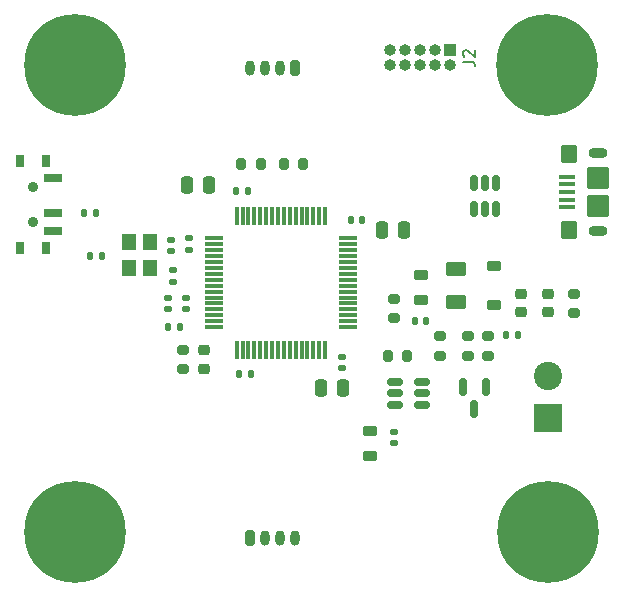
<source format=gbr>
%TF.GenerationSoftware,KiCad,Pcbnew,8.0.5-8.0.5-0~ubuntu24.04.1*%
%TF.CreationDate,2024-09-30T02:40:30+03:30*%
%TF.ProjectId,stm32buckusb,73746d33-3262-4756-936b-7573622e6b69,rev?*%
%TF.SameCoordinates,Original*%
%TF.FileFunction,Soldermask,Top*%
%TF.FilePolarity,Negative*%
%FSLAX46Y46*%
G04 Gerber Fmt 4.6, Leading zero omitted, Abs format (unit mm)*
G04 Created by KiCad (PCBNEW 8.0.5-8.0.5-0~ubuntu24.04.1) date 2024-09-30 02:40:30*
%MOMM*%
%LPD*%
G01*
G04 APERTURE LIST*
G04 Aperture macros list*
%AMRoundRect*
0 Rectangle with rounded corners*
0 $1 Rounding radius*
0 $2 $3 $4 $5 $6 $7 $8 $9 X,Y pos of 4 corners*
0 Add a 4 corners polygon primitive as box body*
4,1,4,$2,$3,$4,$5,$6,$7,$8,$9,$2,$3,0*
0 Add four circle primitives for the rounded corners*
1,1,$1+$1,$2,$3*
1,1,$1+$1,$4,$5*
1,1,$1+$1,$6,$7*
1,1,$1+$1,$8,$9*
0 Add four rect primitives between the rounded corners*
20,1,$1+$1,$2,$3,$4,$5,0*
20,1,$1+$1,$4,$5,$6,$7,0*
20,1,$1+$1,$6,$7,$8,$9,0*
20,1,$1+$1,$8,$9,$2,$3,0*%
G04 Aperture macros list end*
%ADD10C,0.150000*%
%ADD11R,1.000000X1.000000*%
%ADD12O,1.000000X1.000000*%
%ADD13R,0.800000X1.000000*%
%ADD14C,0.900000*%
%ADD15R,1.500000X0.700000*%
%ADD16RoundRect,0.218750X0.256250X-0.218750X0.256250X0.218750X-0.256250X0.218750X-0.256250X-0.218750X0*%
%ADD17RoundRect,0.218750X-0.256250X0.218750X-0.256250X-0.218750X0.256250X-0.218750X0.256250X0.218750X0*%
%ADD18RoundRect,0.140000X0.170000X-0.140000X0.170000X0.140000X-0.170000X0.140000X-0.170000X-0.140000X0*%
%ADD19RoundRect,0.135000X-0.185000X0.135000X-0.185000X-0.135000X0.185000X-0.135000X0.185000X0.135000X0*%
%ADD20RoundRect,0.250000X0.625000X-0.375000X0.625000X0.375000X-0.625000X0.375000X-0.625000X-0.375000X0*%
%ADD21RoundRect,0.150000X0.150000X-0.512500X0.150000X0.512500X-0.150000X0.512500X-0.150000X-0.512500X0*%
%ADD22C,8.600000*%
%ADD23RoundRect,0.147500X0.147500X0.172500X-0.147500X0.172500X-0.147500X-0.172500X0.147500X-0.172500X0*%
%ADD24RoundRect,0.200000X-0.275000X0.200000X-0.275000X-0.200000X0.275000X-0.200000X0.275000X0.200000X0*%
%ADD25RoundRect,0.250000X0.250000X0.475000X-0.250000X0.475000X-0.250000X-0.475000X0.250000X-0.475000X0*%
%ADD26RoundRect,0.200000X-0.200000X-0.450000X0.200000X-0.450000X0.200000X0.450000X-0.200000X0.450000X0*%
%ADD27O,0.800000X1.300000*%
%ADD28RoundRect,0.140000X0.140000X0.170000X-0.140000X0.170000X-0.140000X-0.170000X0.140000X-0.170000X0*%
%ADD29RoundRect,0.140000X-0.140000X-0.170000X0.140000X-0.170000X0.140000X0.170000X-0.140000X0.170000X0*%
%ADD30RoundRect,0.200000X0.275000X-0.200000X0.275000X0.200000X-0.275000X0.200000X-0.275000X-0.200000X0*%
%ADD31O,1.600000X0.900000*%
%ADD32RoundRect,0.250000X0.450000X-0.550000X0.450000X0.550000X-0.450000X0.550000X-0.450000X-0.550000X0*%
%ADD33RoundRect,0.250000X0.700000X-0.700000X0.700000X0.700000X-0.700000X0.700000X-0.700000X-0.700000X0*%
%ADD34RoundRect,0.100000X0.575000X-0.100000X0.575000X0.100000X-0.575000X0.100000X-0.575000X-0.100000X0*%
%ADD35R,1.200000X1.400000*%
%ADD36RoundRect,0.200000X-0.200000X-0.275000X0.200000X-0.275000X0.200000X0.275000X-0.200000X0.275000X0*%
%ADD37RoundRect,0.218750X-0.381250X0.218750X-0.381250X-0.218750X0.381250X-0.218750X0.381250X0.218750X0*%
%ADD38RoundRect,0.135000X0.135000X0.185000X-0.135000X0.185000X-0.135000X-0.185000X0.135000X-0.185000X0*%
%ADD39RoundRect,0.150000X0.512500X0.150000X-0.512500X0.150000X-0.512500X-0.150000X0.512500X-0.150000X0*%
%ADD40RoundRect,0.225000X0.375000X-0.225000X0.375000X0.225000X-0.375000X0.225000X-0.375000X-0.225000X0*%
%ADD41RoundRect,0.200000X0.200000X0.275000X-0.200000X0.275000X-0.200000X-0.275000X0.200000X-0.275000X0*%
%ADD42RoundRect,0.200000X0.200000X0.450000X-0.200000X0.450000X-0.200000X-0.450000X0.200000X-0.450000X0*%
%ADD43RoundRect,0.150000X-0.150000X0.587500X-0.150000X-0.587500X0.150000X-0.587500X0.150000X0.587500X0*%
%ADD44RoundRect,0.140000X-0.170000X0.140000X-0.170000X-0.140000X0.170000X-0.140000X0.170000X0.140000X0*%
%ADD45RoundRect,0.225000X-0.250000X0.225000X-0.250000X-0.225000X0.250000X-0.225000X0.250000X0.225000X0*%
%ADD46R,2.400000X2.400000*%
%ADD47C,2.400000*%
%ADD48RoundRect,0.075000X-0.700000X-0.075000X0.700000X-0.075000X0.700000X0.075000X-0.700000X0.075000X0*%
%ADD49RoundRect,0.075000X-0.075000X-0.700000X0.075000X-0.700000X0.075000X0.700000X-0.075000X0.700000X0*%
G04 APERTURE END LIST*
D10*
X118349819Y-77968333D02*
X119064104Y-77968333D01*
X119064104Y-77968333D02*
X119206961Y-78015952D01*
X119206961Y-78015952D02*
X119302200Y-78111190D01*
X119302200Y-78111190D02*
X119349819Y-78254047D01*
X119349819Y-78254047D02*
X119349819Y-78349285D01*
X118445057Y-77539761D02*
X118397438Y-77492142D01*
X118397438Y-77492142D02*
X118349819Y-77396904D01*
X118349819Y-77396904D02*
X118349819Y-77158809D01*
X118349819Y-77158809D02*
X118397438Y-77063571D01*
X118397438Y-77063571D02*
X118445057Y-77015952D01*
X118445057Y-77015952D02*
X118540295Y-76968333D01*
X118540295Y-76968333D02*
X118635533Y-76968333D01*
X118635533Y-76968333D02*
X118778390Y-77015952D01*
X118778390Y-77015952D02*
X119349819Y-77587380D01*
X119349819Y-77587380D02*
X119349819Y-76968333D01*
D11*
%TO.C,J2*%
X117200000Y-77000000D03*
D12*
X117200000Y-78270000D03*
X115930000Y-77000000D03*
X115930000Y-78270000D03*
X114660000Y-77000000D03*
X114660000Y-78270000D03*
X113390000Y-77000000D03*
X113390000Y-78270000D03*
X112120000Y-77000000D03*
X112120000Y-78270000D03*
%TD*%
D13*
%TO.C,SW1*%
X83010000Y-86400000D03*
X80800000Y-86400000D03*
D14*
X81900000Y-88550000D03*
X81900000Y-91550000D03*
D13*
X83010000Y-93700000D03*
X80800000Y-93700000D03*
D15*
X83660000Y-87800000D03*
X83660000Y-90800000D03*
X83660000Y-92300000D03*
%TD*%
D16*
%TO.C,D1*%
X96375000Y-103967500D03*
X96375000Y-102392500D03*
%TD*%
D17*
%TO.C,D3*%
X125500000Y-97600000D03*
X125500000Y-99175000D03*
%TD*%
D18*
%TO.C,C10*%
X94875000Y-98890000D03*
X94875000Y-97930000D03*
%TD*%
D19*
%TO.C,R2*%
X93800000Y-95580000D03*
X93800000Y-96600000D03*
%TD*%
D18*
%TO.C,C12*%
X93600000Y-94000000D03*
X93600000Y-93040000D03*
%TD*%
D20*
%TO.C,F1*%
X117750000Y-98312500D03*
X117750000Y-95512500D03*
%TD*%
D21*
%TO.C,U2*%
X119250000Y-90475000D03*
X120200000Y-90475000D03*
X121150000Y-90475000D03*
X121150000Y-88200000D03*
X120200000Y-88200000D03*
X119250000Y-88200000D03*
%TD*%
D18*
%TO.C,C9*%
X93375000Y-98890000D03*
X93375000Y-97930000D03*
%TD*%
D14*
%TO.C,H4*%
X82305419Y-117780419D03*
X83250000Y-115500000D03*
X83250000Y-120060838D03*
X85530419Y-114555419D03*
D22*
X85530419Y-117780419D03*
D14*
X85530419Y-121005419D03*
X87810838Y-115500000D03*
X87810838Y-120060838D03*
X88755419Y-117780419D03*
%TD*%
D23*
%TO.C,L1*%
X94345000Y-100430000D03*
X93375000Y-100430000D03*
%TD*%
D24*
%TO.C,R6*%
X116400000Y-101200000D03*
X116400000Y-102850000D03*
%TD*%
D14*
%TO.C,H1*%
X122244581Y-78250000D03*
X123189162Y-75969581D03*
X123189162Y-80530419D03*
X125469581Y-75025000D03*
D22*
X125469581Y-78250000D03*
D14*
X125469581Y-81475000D03*
X127750000Y-75969581D03*
X127750000Y-80530419D03*
X128694581Y-78250000D03*
%TD*%
D25*
%TO.C,C3*%
X96875000Y-88430000D03*
X94975000Y-88430000D03*
%TD*%
D24*
%TO.C,R8*%
X118750000Y-101200000D03*
X118750000Y-102850000D03*
%TD*%
D26*
%TO.C,J4*%
X100325000Y-118300000D03*
D27*
X101575000Y-118300000D03*
X102825000Y-118300000D03*
X104075000Y-118300000D03*
%TD*%
D28*
%TO.C,C11*%
X87760000Y-94400000D03*
X86800000Y-94400000D03*
%TD*%
D14*
%TO.C,H3*%
X82305419Y-78280419D03*
X83250000Y-76000000D03*
X83250000Y-80560838D03*
X85530419Y-75055419D03*
D22*
X85530419Y-78280419D03*
D14*
X85530419Y-81505419D03*
X87810838Y-76000000D03*
X87810838Y-80560838D03*
X88755419Y-78280419D03*
%TD*%
D29*
%TO.C,C7*%
X108840000Y-91400000D03*
X109800000Y-91400000D03*
%TD*%
D14*
%TO.C,H2*%
X122275000Y-117750000D03*
X123219581Y-115469581D03*
X123219581Y-120030419D03*
X125500000Y-114525000D03*
D22*
X125500000Y-117750000D03*
D14*
X125500000Y-120975000D03*
X127780419Y-115469581D03*
X127780419Y-120030419D03*
X128725000Y-117750000D03*
%TD*%
D30*
%TO.C,R7*%
X120500000Y-102850000D03*
X120500000Y-101200000D03*
%TD*%
D31*
%TO.C,J5*%
X129800000Y-85700000D03*
D32*
X127350000Y-85800000D03*
D33*
X129800000Y-87800000D03*
X129800000Y-90200000D03*
D32*
X127350000Y-92200000D03*
D31*
X129800000Y-92300000D03*
D34*
X127125000Y-87700000D03*
X127125000Y-88350000D03*
X127125000Y-89000000D03*
X127125000Y-89650000D03*
X127125000Y-90300000D03*
%TD*%
D35*
%TO.C,Y1*%
X91800000Y-95400000D03*
X91800000Y-93200000D03*
X90100000Y-93200000D03*
X90100000Y-95400000D03*
%TD*%
D36*
%TO.C,R9*%
X99575000Y-86600000D03*
X101225000Y-86600000D03*
%TD*%
%TO.C,R5*%
X111950000Y-102850000D03*
X113600000Y-102850000D03*
%TD*%
D37*
%TO.C,L2*%
X110500000Y-109250000D03*
X110500000Y-111375000D03*
%TD*%
D29*
%TO.C,C8*%
X99145000Y-88930000D03*
X100105000Y-88930000D03*
%TD*%
D18*
%TO.C,C14*%
X112500000Y-110250000D03*
X112500000Y-109290000D03*
%TD*%
D38*
%TO.C,R1*%
X87310000Y-90800000D03*
X86290000Y-90800000D03*
%TD*%
D39*
%TO.C,MP2359DJ1*%
X114887500Y-107000000D03*
X114887500Y-106050000D03*
X114887500Y-105100000D03*
X112612500Y-105100000D03*
X112612500Y-106050000D03*
X112612500Y-107000000D03*
%TD*%
D24*
%TO.C,R4*%
X112500000Y-98025000D03*
X112500000Y-99675000D03*
%TD*%
D25*
%TO.C,C2*%
X108200000Y-105630000D03*
X106300000Y-105630000D03*
%TD*%
D40*
%TO.C,D2*%
X121000000Y-98562500D03*
X121000000Y-95262500D03*
%TD*%
D41*
%TO.C,R10*%
X104800000Y-86600000D03*
X103150000Y-86600000D03*
%TD*%
D42*
%TO.C,J3*%
X104075000Y-78500000D03*
D27*
X102825000Y-78500000D03*
X101575000Y-78500000D03*
X100325000Y-78500000D03*
%TD*%
D43*
%TO.C,Q1*%
X120250000Y-105500000D03*
X118350000Y-105500000D03*
X119300000Y-107375000D03*
%TD*%
D24*
%TO.C,R11*%
X127750000Y-97600000D03*
X127750000Y-99250000D03*
%TD*%
D28*
%TO.C,C5*%
X100375000Y-104430000D03*
X99415000Y-104430000D03*
%TD*%
D25*
%TO.C,C1*%
X113350000Y-92200000D03*
X111450000Y-92200000D03*
%TD*%
D37*
%TO.C,FB1*%
X114750000Y-96000000D03*
X114750000Y-98125000D03*
%TD*%
D30*
%TO.C,R3*%
X94625000Y-104005000D03*
X94625000Y-102355000D03*
%TD*%
D28*
%TO.C,C15*%
X122980000Y-101100000D03*
X122020000Y-101100000D03*
%TD*%
D44*
%TO.C,C4*%
X95125000Y-92930000D03*
X95125000Y-93890000D03*
%TD*%
D45*
%TO.C,C16*%
X123250000Y-97612500D03*
X123250000Y-99162500D03*
%TD*%
D44*
%TO.C,C6*%
X108125000Y-102930000D03*
X108125000Y-103890000D03*
%TD*%
D29*
%TO.C,C13*%
X114290000Y-99925000D03*
X115250000Y-99925000D03*
%TD*%
D46*
%TO.C,J1*%
X125550000Y-108100000D03*
D47*
X125550000Y-104600000D03*
%TD*%
D48*
%TO.C,U1*%
X97250000Y-92930000D03*
X97250000Y-93430000D03*
X97250000Y-93930000D03*
X97250000Y-94430000D03*
X97250000Y-94930000D03*
X97250000Y-95430000D03*
X97250000Y-95930000D03*
X97250000Y-96430000D03*
X97250000Y-96930000D03*
X97250000Y-97430000D03*
X97250000Y-97930000D03*
X97250000Y-98430000D03*
X97250000Y-98930000D03*
X97250000Y-99430000D03*
X97250000Y-99930000D03*
X97250000Y-100430000D03*
D49*
X99175000Y-102355000D03*
X99675000Y-102355000D03*
X100175000Y-102355000D03*
X100675000Y-102355000D03*
X101175000Y-102355000D03*
X101675000Y-102355000D03*
X102175000Y-102355000D03*
X102675000Y-102355000D03*
X103175000Y-102355000D03*
X103675000Y-102355000D03*
X104175000Y-102355000D03*
X104675000Y-102355000D03*
X105175000Y-102355000D03*
X105675000Y-102355000D03*
X106175000Y-102355000D03*
X106675000Y-102355000D03*
D48*
X108600000Y-100430000D03*
X108600000Y-99930000D03*
X108600000Y-99430000D03*
X108600000Y-98930000D03*
X108600000Y-98430000D03*
X108600000Y-97930000D03*
X108600000Y-97430000D03*
X108600000Y-96930000D03*
X108600000Y-96430000D03*
X108600000Y-95930000D03*
X108600000Y-95430000D03*
X108600000Y-94930000D03*
X108600000Y-94430000D03*
X108600000Y-93930000D03*
X108600000Y-93430000D03*
X108600000Y-92930000D03*
D49*
X106675000Y-91005000D03*
X106175000Y-91005000D03*
X105675000Y-91005000D03*
X105175000Y-91005000D03*
X104675000Y-91005000D03*
X104175000Y-91005000D03*
X103675000Y-91005000D03*
X103175000Y-91005000D03*
X102675000Y-91005000D03*
X102175000Y-91005000D03*
X101675000Y-91005000D03*
X101175000Y-91005000D03*
X100675000Y-91005000D03*
X100175000Y-91005000D03*
X99675000Y-91005000D03*
X99175000Y-91005000D03*
%TD*%
M02*

</source>
